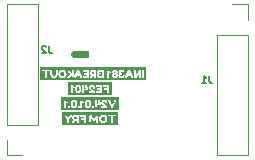
<source format=gbr>
%TF.GenerationSoftware,KiCad,Pcbnew,7.0.9*%
%TF.CreationDate,2024-01-07T19:57:38+00:00*%
%TF.ProjectId,INA381 Breakout,494e4133-3831-4204-9272-65616b6f7574,V24.01.0.1*%
%TF.SameCoordinates,PX8841978PY54c5a90*%
%TF.FileFunction,Legend,Bot*%
%TF.FilePolarity,Positive*%
%FSLAX46Y46*%
G04 Gerber Fmt 4.6, Leading zero omitted, Abs format (unit mm)*
G04 Created by KiCad (PCBNEW 7.0.9) date 2024-01-07 19:57:38*
%MOMM*%
%LPD*%
G01*
G04 APERTURE LIST*
%ADD10C,0.150000*%
%ADD11C,0.120000*%
%ADD12C,0.254500*%
%ADD13C,0.001000*%
G04 APERTURE END LIST*
D10*
X15821000Y330229D02*
X15821000Y-98342D01*
X15821000Y-98342D02*
X15849571Y-184057D01*
X15849571Y-184057D02*
X15906714Y-241200D01*
X15906714Y-241200D02*
X15992428Y-269771D01*
X15992428Y-269771D02*
X16049571Y-269771D01*
X15221000Y-269771D02*
X15563857Y-269771D01*
X15392428Y-269771D02*
X15392428Y330229D01*
X15392428Y330229D02*
X15449571Y244515D01*
X15449571Y244515D02*
X15506714Y187372D01*
X15506714Y187372D02*
X15563857Y158800D01*
X2232000Y2870229D02*
X2232000Y2441658D01*
X2232000Y2441658D02*
X2260571Y2355943D01*
X2260571Y2355943D02*
X2317714Y2298800D01*
X2317714Y2298800D02*
X2403428Y2270229D01*
X2403428Y2270229D02*
X2460571Y2270229D01*
X1974857Y2813086D02*
X1946285Y2841658D01*
X1946285Y2841658D02*
X1889143Y2870229D01*
X1889143Y2870229D02*
X1746285Y2870229D01*
X1746285Y2870229D02*
X1689143Y2841658D01*
X1689143Y2841658D02*
X1660571Y2813086D01*
X1660571Y2813086D02*
X1632000Y2755943D01*
X1632000Y2755943D02*
X1632000Y2698800D01*
X1632000Y2698800D02*
X1660571Y2613086D01*
X1660571Y2613086D02*
X2003428Y2270229D01*
X2003428Y2270229D02*
X1632000Y2270229D01*
%TO.C,kibuzzard-659961C4*%
G36*
X4772144Y-581591D02*
G01*
X4802505Y-617577D01*
X4820722Y-677555D01*
X4826794Y-761524D01*
X4820781Y-845493D01*
X4802743Y-905470D01*
X4772680Y-941457D01*
X4730591Y-953453D01*
X4687669Y-941784D01*
X4657011Y-906780D01*
X4638615Y-848439D01*
X4632484Y-766763D01*
X4632484Y-761048D01*
X4638556Y-677287D01*
X4656772Y-617458D01*
X4687133Y-581561D01*
X4729639Y-569595D01*
X4772144Y-581591D01*
G37*
G36*
X7537926Y-1321435D02*
G01*
X7339489Y-1321435D01*
X7255669Y-1321435D01*
X6271736Y-1321435D01*
X5683091Y-1321435D01*
X5140166Y-1321435D01*
X4728686Y-1321435D01*
X4175284Y-1321435D01*
X4090511Y-1321435D01*
X3892074Y-1321435D01*
X3892074Y-1027748D01*
X4090511Y-1027748D01*
X4091940Y-1060609D01*
X4100989Y-1085850D01*
X4126230Y-1105138D01*
X4175284Y-1111568D01*
X4223147Y-1105376D01*
X4248626Y-1086803D01*
X4257675Y-1060609D01*
X4259104Y-1025843D01*
X4259104Y-762000D01*
X4463891Y-762000D01*
X4468535Y-843736D01*
X4482465Y-916543D01*
X4505682Y-980420D01*
X4538186Y-1035368D01*
X4571167Y-1070134D01*
X4614863Y-1098233D01*
X4667845Y-1116806D01*
X4728686Y-1122998D01*
X4789765Y-1116687D01*
X4843463Y-1097756D01*
X4887992Y-1069538D01*
X4921568Y-1035368D01*
X4928155Y-1024890D01*
X5057299Y-1024890D01*
X5066348Y-1079659D01*
X5093970Y-1102995D01*
X5140166Y-1108710D01*
X5183981Y-1103948D01*
X5208746Y-1092518D01*
X5221129Y-1073468D01*
X5226459Y-1027271D01*
X5597366Y-1027271D01*
X5603558Y-1075373D01*
X5624036Y-1100138D01*
X5683091Y-1111568D01*
X6055519Y-1111568D01*
X6114574Y-1085850D01*
X6139339Y-1025843D01*
X6186964Y-1025843D01*
X6195774Y-1078706D01*
X6222206Y-1103948D01*
X6271736Y-1109663D01*
X6648926Y-1109663D01*
X6701790Y-1100614D01*
X6727031Y-1073468D01*
X6732746Y-1024890D01*
X6732746Y-496253D01*
X6794659Y-496253D01*
X6800374Y-544830D01*
X6820376Y-570071D01*
X6845618Y-578644D01*
X6879431Y-580073D01*
X7170896Y-580073D01*
X7170896Y-676275D01*
X6983254Y-676275D01*
X6949440Y-677704D01*
X6924199Y-686753D01*
X6905625Y-712708D01*
X6899434Y-762000D01*
X6908483Y-815102D01*
X6935629Y-841058D01*
X6984206Y-845820D01*
X7170896Y-845820D01*
X7170896Y-1025843D01*
X7172325Y-1059180D01*
X7181374Y-1083945D01*
X7206615Y-1103233D01*
X7255669Y-1109663D01*
X7308533Y-1100614D01*
X7333774Y-1073468D01*
X7339489Y-1024890D01*
X7339489Y-495300D01*
X7321391Y-429101D01*
X7252811Y-411480D01*
X6877526Y-411480D01*
X6844665Y-412909D01*
X6819900Y-421958D01*
X6800374Y-447675D01*
X6794659Y-496253D01*
X6732746Y-496253D01*
X6732746Y-495300D01*
X6714649Y-429101D01*
X6646069Y-411480D01*
X6270784Y-411480D01*
X6237923Y-412909D01*
X6212681Y-421958D01*
X6193393Y-447199D01*
X6186964Y-496253D01*
X6195774Y-549116D01*
X6222206Y-574358D01*
X6271736Y-580073D01*
X6564154Y-580073D01*
X6564154Y-676275D01*
X6375559Y-676275D01*
X6342698Y-677704D01*
X6317456Y-686753D01*
X6298168Y-711994D01*
X6291739Y-761048D01*
X6300788Y-813911D01*
X6327934Y-839153D01*
X6377464Y-844868D01*
X6564154Y-844868D01*
X6564154Y-941070D01*
X6270784Y-941070D01*
X6237923Y-942499D01*
X6212681Y-951548D01*
X6193393Y-976789D01*
X6186964Y-1025843D01*
X6139339Y-1025843D01*
X6130409Y-976432D01*
X6103620Y-931069D01*
X6064210Y-890826D01*
X6017419Y-856774D01*
X5966936Y-826056D01*
X5916454Y-795814D01*
X5869662Y-763786D01*
X5830253Y-727710D01*
X5803463Y-688419D01*
X5794534Y-646748D01*
X5801201Y-622459D01*
X5815965Y-596741D01*
X5841206Y-578168D01*
X5888831Y-569595D01*
X5941695Y-591979D01*
X5966936Y-636270D01*
X5970746Y-658178D01*
X5970746Y-663893D01*
X5972175Y-695325D01*
X5981224Y-719138D01*
X6006941Y-736283D01*
X6055519Y-741998D01*
X6108621Y-732949D01*
X6134576Y-705803D01*
X6139339Y-657225D01*
X6131454Y-593460D01*
X6107800Y-534247D01*
X6068378Y-479584D01*
X6016202Y-435927D01*
X5954289Y-409734D01*
X5882640Y-401002D01*
X5810938Y-409840D01*
X5748867Y-436351D01*
X5696426Y-480536D01*
X5656739Y-536046D01*
X5632926Y-596530D01*
X5624989Y-661988D01*
X5630942Y-714851D01*
X5648801Y-764858D01*
X5674995Y-808673D01*
X5705951Y-842963D01*
X5772626Y-895588D01*
X5831681Y-927735D01*
X5855494Y-937260D01*
X5855494Y-942023D01*
X5681186Y-942023D01*
X5625465Y-951071D01*
X5603081Y-978694D01*
X5597366Y-1027271D01*
X5226459Y-1027271D01*
X5226844Y-1023938D01*
X5226844Y-907733D01*
X5484971Y-907733D01*
X5538073Y-898684D01*
X5564029Y-871538D01*
X5568791Y-830580D01*
X5565934Y-792480D01*
X5486876Y-473393D01*
X5476875Y-440055D01*
X5459730Y-418148D01*
X5426869Y-407670D01*
X5383054Y-414338D01*
X5333048Y-438626D01*
X5316379Y-475298D01*
X5323046Y-515302D01*
X5323999Y-518160D01*
X5382101Y-750570D01*
X5226844Y-750570D01*
X5226844Y-490538D01*
X5225415Y-458153D01*
X5216366Y-434340D01*
X5190173Y-415766D01*
X5141595Y-410528D01*
X5093494Y-416719D01*
X5067776Y-436721D01*
X5058728Y-461963D01*
X5057299Y-495300D01*
X5057299Y-1024890D01*
X4928155Y-1024890D01*
X4947166Y-994648D01*
X4967764Y-946785D01*
X4983110Y-889741D01*
X4992317Y-827828D01*
X4995386Y-761048D01*
X4992899Y-700617D01*
X4985438Y-646324D01*
X4973003Y-598170D01*
X4949309Y-537805D01*
X4922996Y-491966D01*
X4889778Y-456486D01*
X4845368Y-427196D01*
X4791432Y-407551D01*
X4729639Y-401002D01*
X4668083Y-407432D01*
X4614863Y-426720D01*
X4571048Y-455533D01*
X4537710Y-490538D01*
X4512350Y-531971D01*
X4492466Y-580073D01*
X4476591Y-638387D01*
X4467066Y-699029D01*
X4463891Y-762000D01*
X4259104Y-762000D01*
X4259104Y-685800D01*
X4271486Y-697230D01*
X4338161Y-726758D01*
X4395787Y-693420D01*
X4425791Y-634365D01*
X4391501Y-578168D01*
X4235291Y-437198D01*
X4232434Y-435292D01*
X4178618Y-410528D01*
X4133374Y-415290D01*
X4108609Y-426244D01*
X4095274Y-446722D01*
X4090511Y-497205D01*
X4090511Y-1027748D01*
X3892074Y-1027748D01*
X3892074Y-202565D01*
X4090511Y-202565D01*
X7339489Y-202565D01*
X7537926Y-202565D01*
X7537926Y-1321435D01*
G37*
D11*
%TO.C,J1*%
X19110000Y-6410000D02*
X16450000Y-6410000D01*
X19110000Y3810000D02*
X19110000Y-6410000D01*
X19110000Y3810000D02*
X16450000Y3810000D01*
X19110000Y5080000D02*
X19110000Y6410000D01*
X19110000Y6410000D02*
X17780000Y6410000D01*
X16450000Y3810000D02*
X16450000Y-6410000D01*
%TO.C,kibuzzard-6599620A*%
G36*
X5590818Y-1851591D02*
G01*
X5621179Y-1887577D01*
X5639395Y-1947555D01*
X5645467Y-2031524D01*
X5639455Y-2115493D01*
X5621417Y-2175470D01*
X5591354Y-2211457D01*
X5549265Y-2223453D01*
X5506343Y-2211784D01*
X5475684Y-2176780D01*
X5457289Y-2118439D01*
X5451157Y-2036763D01*
X5451157Y-2031048D01*
X5457230Y-1947287D01*
X5475446Y-1887458D01*
X5505807Y-1851561D01*
X5548312Y-1839595D01*
X5590818Y-1851591D01*
G37*
G36*
X4398288Y-1851591D02*
G01*
X4428649Y-1887577D01*
X4446865Y-1947555D01*
X4452937Y-2031524D01*
X4446925Y-2115493D01*
X4428887Y-2175470D01*
X4398824Y-2211457D01*
X4356735Y-2223453D01*
X4313813Y-2211784D01*
X4283154Y-2176780D01*
X4264759Y-2118439D01*
X4258627Y-2036763D01*
X4258627Y-2031048D01*
X4264700Y-1947287D01*
X4282916Y-1887458D01*
X4313277Y-1851561D01*
X4355782Y-1839595D01*
X4398288Y-1851591D01*
G37*
G36*
X8137525Y-2591435D02*
G01*
X7939088Y-2591435D01*
X7575233Y-2591435D01*
X6727507Y-2591435D01*
X6184583Y-2591435D01*
X5945029Y-2591435D01*
X5547360Y-2591435D01*
X4993957Y-2591435D01*
X4752499Y-2591435D01*
X4354830Y-2591435D01*
X3947636Y-2591435D01*
X3575685Y-2591435D01*
X3490912Y-2591435D01*
X3292475Y-2591435D01*
X3292475Y-2297748D01*
X3490912Y-2297748D01*
X3492341Y-2330609D01*
X3501390Y-2355850D01*
X3526631Y-2375138D01*
X3575685Y-2381568D01*
X3623548Y-2375376D01*
X3649027Y-2356803D01*
X3658076Y-2330609D01*
X3659505Y-2295843D01*
X3659505Y-2292985D01*
X3864292Y-2292985D01*
X3865721Y-2326799D01*
X3875722Y-2352993D01*
X3900845Y-2373709D01*
X3947636Y-2380615D01*
X3995499Y-2376091D01*
X4023836Y-2362518D01*
X4042410Y-2293938D01*
X4042410Y-2290128D01*
X4040981Y-2256790D01*
X4031932Y-2231073D01*
X4006810Y-2209641D01*
X3960019Y-2202498D01*
X3911322Y-2207498D01*
X3880485Y-2222500D01*
X3864292Y-2289175D01*
X3864292Y-2292985D01*
X3659505Y-2292985D01*
X3659505Y-2032000D01*
X4090035Y-2032000D01*
X4094678Y-2113736D01*
X4108609Y-2186543D01*
X4131826Y-2250420D01*
X4164330Y-2305368D01*
X4197310Y-2340134D01*
X4241006Y-2368233D01*
X4293989Y-2386806D01*
X4354830Y-2392998D01*
X4415909Y-2386687D01*
X4469606Y-2367756D01*
X4514136Y-2339538D01*
X4547711Y-2305368D01*
X4555496Y-2292985D01*
X4669155Y-2292985D01*
X4670584Y-2326799D01*
X4680585Y-2352993D01*
X4705707Y-2373709D01*
X4752499Y-2380615D01*
X4800362Y-2376091D01*
X4828699Y-2362518D01*
X4846241Y-2297748D01*
X4909185Y-2297748D01*
X4910614Y-2330609D01*
X4919662Y-2355850D01*
X4944904Y-2375138D01*
X4993957Y-2381568D01*
X5041821Y-2375376D01*
X5067300Y-2356803D01*
X5076349Y-2330609D01*
X5077777Y-2295843D01*
X5077777Y-2032000D01*
X5282565Y-2032000D01*
X5287208Y-2113736D01*
X5301139Y-2186543D01*
X5324356Y-2250420D01*
X5356860Y-2305368D01*
X5389840Y-2340134D01*
X5433536Y-2368233D01*
X5486519Y-2386806D01*
X5547360Y-2392998D01*
X5608439Y-2386687D01*
X5662136Y-2367756D01*
X5706666Y-2339538D01*
X5740241Y-2305368D01*
X5748026Y-2292985D01*
X5861685Y-2292985D01*
X5863114Y-2326799D01*
X5873115Y-2352993D01*
X5898237Y-2373709D01*
X5945029Y-2380615D01*
X5992892Y-2376091D01*
X6021229Y-2362518D01*
X6039544Y-2294890D01*
X6101715Y-2294890D01*
X6110764Y-2349659D01*
X6138386Y-2372995D01*
X6184583Y-2378710D01*
X6228397Y-2373948D01*
X6253162Y-2362518D01*
X6265545Y-2343468D01*
X6270875Y-2297271D01*
X6641782Y-2297271D01*
X6647974Y-2345373D01*
X6668452Y-2370138D01*
X6727507Y-2381568D01*
X7099935Y-2381568D01*
X7158990Y-2355850D01*
X7183755Y-2295843D01*
X7174825Y-2246432D01*
X7148036Y-2201069D01*
X7108627Y-2160826D01*
X7061835Y-2126774D01*
X7011353Y-2096056D01*
X6960870Y-2065814D01*
X6914078Y-2033786D01*
X6874669Y-1997710D01*
X6847880Y-1958419D01*
X6838950Y-1916748D01*
X6845617Y-1892459D01*
X6860381Y-1866741D01*
X6885623Y-1848168D01*
X6933248Y-1839595D01*
X6986111Y-1861979D01*
X7011353Y-1906270D01*
X7015163Y-1928178D01*
X7015163Y-1933893D01*
X7016591Y-1965325D01*
X7025640Y-1989138D01*
X7051357Y-2006283D01*
X7099935Y-2011998D01*
X7153037Y-2002949D01*
X7178993Y-1975803D01*
X7183755Y-1927225D01*
X7175870Y-1863460D01*
X7152217Y-1804247D01*
X7115198Y-1752918D01*
X7221855Y-1752918D01*
X7236143Y-1798638D01*
X7499033Y-2332038D01*
X7530941Y-2365851D01*
X7575233Y-2378710D01*
X7584757Y-2378710D01*
X7630001Y-2365851D01*
X7661910Y-2332038D01*
X7924800Y-1798638D01*
X7939088Y-1752918D01*
X7925038Y-1721009D01*
X7882890Y-1691958D01*
X7834789Y-1675765D01*
X7809548Y-1679575D01*
X7793355Y-1692910D01*
X7777639Y-1718151D01*
X7764899Y-1744821D01*
X7740968Y-1797209D01*
X7710368Y-1864479D01*
X7677626Y-1935798D01*
X7644765Y-2007116D01*
X7613809Y-2074386D01*
X7590353Y-2125226D01*
X7579995Y-2147253D01*
X7389495Y-1730057D01*
X7376160Y-1701483D01*
X7334250Y-1675765D01*
X7278053Y-1691958D01*
X7235904Y-1721009D01*
X7221855Y-1752918D01*
X7115198Y-1752918D01*
X7112794Y-1749584D01*
X7060618Y-1705927D01*
X6998705Y-1679734D01*
X6927056Y-1671002D01*
X6855354Y-1679840D01*
X6793283Y-1706351D01*
X6740843Y-1750536D01*
X6701155Y-1806046D01*
X6677342Y-1866530D01*
X6669405Y-1931988D01*
X6675358Y-1984851D01*
X6693217Y-2034858D01*
X6719411Y-2078673D01*
X6750368Y-2112963D01*
X6817042Y-2165588D01*
X6876098Y-2197735D01*
X6899910Y-2207260D01*
X6899910Y-2212023D01*
X6725603Y-2212023D01*
X6669881Y-2221071D01*
X6647497Y-2248694D01*
X6641782Y-2297271D01*
X6270875Y-2297271D01*
X6271260Y-2293938D01*
X6271260Y-2177733D01*
X6529387Y-2177733D01*
X6582489Y-2168684D01*
X6608445Y-2141538D01*
X6613207Y-2100580D01*
X6610350Y-2062480D01*
X6531293Y-1743393D01*
X6521291Y-1710055D01*
X6504146Y-1688148D01*
X6471285Y-1677670D01*
X6427470Y-1684338D01*
X6377464Y-1708626D01*
X6360795Y-1745298D01*
X6367463Y-1785302D01*
X6368415Y-1788160D01*
X6426517Y-2020570D01*
X6271260Y-2020570D01*
X6271260Y-1760538D01*
X6269831Y-1728153D01*
X6260782Y-1704340D01*
X6234589Y-1685766D01*
X6186011Y-1680528D01*
X6137910Y-1686719D01*
X6112192Y-1706721D01*
X6103144Y-1731963D01*
X6101715Y-1765300D01*
X6101715Y-2294890D01*
X6039544Y-2294890D01*
X6039802Y-2293938D01*
X6039802Y-2290128D01*
X6038374Y-2256790D01*
X6029325Y-2231073D01*
X6004203Y-2209641D01*
X5957411Y-2202498D01*
X5908715Y-2207498D01*
X5877877Y-2222500D01*
X5861685Y-2289175D01*
X5861685Y-2292985D01*
X5748026Y-2292985D01*
X5765840Y-2264648D01*
X5786437Y-2216785D01*
X5801783Y-2159741D01*
X5810991Y-2097828D01*
X5814060Y-2031048D01*
X5811573Y-1970617D01*
X5804112Y-1916324D01*
X5791676Y-1868170D01*
X5767983Y-1807805D01*
X5741670Y-1761966D01*
X5708452Y-1726486D01*
X5664041Y-1697196D01*
X5610106Y-1677551D01*
X5548312Y-1671002D01*
X5486757Y-1677432D01*
X5433536Y-1696720D01*
X5389721Y-1725533D01*
X5356384Y-1760538D01*
X5331023Y-1801971D01*
X5311140Y-1850073D01*
X5295265Y-1908387D01*
X5285740Y-1969029D01*
X5282565Y-2032000D01*
X5077777Y-2032000D01*
X5077777Y-1955800D01*
X5090160Y-1967230D01*
X5156835Y-1996758D01*
X5214461Y-1963420D01*
X5244465Y-1904365D01*
X5210175Y-1848168D01*
X5053965Y-1707198D01*
X5051107Y-1705292D01*
X4997291Y-1680528D01*
X4952048Y-1685290D01*
X4927282Y-1696244D01*
X4913947Y-1716722D01*
X4909185Y-1767205D01*
X4909185Y-2297748D01*
X4846241Y-2297748D01*
X4847273Y-2293938D01*
X4847273Y-2290128D01*
X4845844Y-2256790D01*
X4836795Y-2231073D01*
X4811673Y-2209641D01*
X4764881Y-2202498D01*
X4716185Y-2207498D01*
X4685348Y-2222500D01*
X4669155Y-2289175D01*
X4669155Y-2292985D01*
X4555496Y-2292985D01*
X4573310Y-2264648D01*
X4593907Y-2216785D01*
X4609253Y-2159741D01*
X4618461Y-2097828D01*
X4621530Y-2031048D01*
X4619043Y-1970617D01*
X4611582Y-1916324D01*
X4599146Y-1868170D01*
X4575453Y-1807805D01*
X4549140Y-1761966D01*
X4515922Y-1726486D01*
X4471511Y-1697196D01*
X4417576Y-1677551D01*
X4355782Y-1671002D01*
X4294227Y-1677432D01*
X4241006Y-1696720D01*
X4197191Y-1725533D01*
X4163854Y-1760538D01*
X4138493Y-1801971D01*
X4118610Y-1850073D01*
X4102735Y-1908387D01*
X4093210Y-1969029D01*
X4090035Y-2032000D01*
X3659505Y-2032000D01*
X3659505Y-1955800D01*
X3671887Y-1967230D01*
X3738562Y-1996758D01*
X3796189Y-1963420D01*
X3826192Y-1904365D01*
X3791902Y-1848168D01*
X3635692Y-1707198D01*
X3632835Y-1705292D01*
X3579019Y-1680528D01*
X3533775Y-1685290D01*
X3509010Y-1696244D01*
X3495675Y-1716722D01*
X3490912Y-1767205D01*
X3490912Y-2297748D01*
X3292475Y-2297748D01*
X3292475Y-1472565D01*
X3490912Y-1472565D01*
X7939088Y-1472565D01*
X8137525Y-1472565D01*
X8137525Y-2591435D01*
G37*
%TO.C,J2*%
X-1330000Y6410000D02*
X1330000Y6410000D01*
X-1330000Y-3810000D02*
X-1330000Y6410000D01*
X-1330000Y-3810000D02*
X1330000Y-3810000D01*
X-1330000Y-5080000D02*
X-1330000Y-6410000D01*
X-1330000Y-6410000D02*
X0Y-6410000D01*
X1330000Y-3810000D02*
X1330000Y6410000D01*
%TO.C,kibuzzard-65996276*%
G36*
X4580096Y-3289618D02*
G01*
X4458176Y-3289618D01*
X4402931Y-3268663D01*
X4375309Y-3205798D01*
X4402931Y-3142456D01*
X4460081Y-3121025D01*
X4580096Y-3121025D01*
X4580096Y-3289618D01*
G37*
G36*
X6897053Y-3125668D02*
G01*
X6954679Y-3165316D01*
X6984841Y-3204104D01*
X7002939Y-3249983D01*
X7008971Y-3302953D01*
X7002886Y-3355922D01*
X6984630Y-3401801D01*
X6954203Y-3440589D01*
X6896219Y-3480237D01*
X6831806Y-3493453D01*
X6767513Y-3480594D01*
X6709886Y-3442018D01*
X6679724Y-3403812D01*
X6661626Y-3357774D01*
X6655594Y-3303905D01*
X6661679Y-3249930D01*
X6679935Y-3203575D01*
X6710363Y-3164840D01*
X6768346Y-3125549D01*
X6832759Y-3112452D01*
X6897053Y-3125668D01*
G37*
G36*
X8081804Y-3860483D02*
G01*
X7883366Y-3860483D01*
X7549991Y-3860483D01*
X6829901Y-3860483D01*
X5754529Y-3860483D01*
X5271611Y-3860483D01*
X4308157Y-3860483D01*
X3859054Y-3860483D01*
X3546634Y-3860483D01*
X3348196Y-3860483D01*
X3348196Y-3028632D01*
X3546634Y-3028632D01*
X3568541Y-3079115D01*
X3774281Y-3386773D01*
X3774281Y-3568700D01*
X3775710Y-3601561D01*
X3784759Y-3626803D01*
X3810476Y-3646805D01*
X3859054Y-3652520D01*
X3907631Y-3646805D01*
X3933349Y-3626326D01*
X3942397Y-3600609D01*
X3943182Y-3582035D01*
X4200049Y-3582035D01*
X4214812Y-3615373D01*
X4259104Y-3642995D01*
X4308157Y-3656330D01*
X4338637Y-3647281D01*
X4356259Y-3628708D01*
X4368747Y-3601508D01*
X4393512Y-3544041D01*
X4430554Y-3456305D01*
X4460081Y-3458210D01*
X4580096Y-3458210D01*
X4580096Y-3565843D01*
X4581525Y-3598704D01*
X4590574Y-3623945D01*
X4615815Y-3643233D01*
X4664869Y-3649663D01*
X4717733Y-3640852D01*
X4742974Y-3614420D01*
X4748689Y-3564890D01*
X4748689Y-3037205D01*
X4810601Y-3037205D01*
X4816316Y-3085782D01*
X4836319Y-3111024D01*
X4861560Y-3119596D01*
X4895374Y-3121025D01*
X5186839Y-3121025D01*
X5186839Y-3217228D01*
X4999196Y-3217228D01*
X4965383Y-3218656D01*
X4940141Y-3227705D01*
X4921568Y-3253661D01*
X4915376Y-3302953D01*
X4924425Y-3356054D01*
X4951571Y-3382010D01*
X5000149Y-3386773D01*
X5186839Y-3386773D01*
X5186839Y-3566795D01*
X5188268Y-3600133D01*
X5197316Y-3624898D01*
X5222557Y-3644186D01*
X5271611Y-3650615D01*
X5324475Y-3641566D01*
X5349716Y-3614420D01*
X5355319Y-3566795D01*
X5672614Y-3566795D01*
X5681662Y-3618944D01*
X5708809Y-3643948D01*
X5754529Y-3649663D01*
X5798344Y-3644900D01*
X5823109Y-3633470D01*
X5836444Y-3614420D01*
X5841206Y-3564890D01*
X5841206Y-3245802D01*
X5870496Y-3284022D01*
X5910739Y-3339624D01*
X5948124Y-3391892D01*
X5968841Y-3420110D01*
X5985986Y-3442494D01*
X6009322Y-3459639D01*
X6049328Y-3470592D01*
X6088380Y-3460591D01*
X6113621Y-3441065D01*
X6121241Y-3430588D01*
X6149578Y-3393321D01*
X6196489Y-3329146D01*
X6239827Y-3269496D01*
X6257449Y-3245802D01*
X6257449Y-3566795D01*
X6258878Y-3599656D01*
X6267926Y-3623945D01*
X6293644Y-3643233D01*
X6342221Y-3649663D01*
X6389370Y-3643233D01*
X6414611Y-3623945D01*
X6423660Y-3599180D01*
X6425089Y-3564890D01*
X6425089Y-3298666D01*
X6487001Y-3298666D01*
X6493193Y-3371354D01*
X6511766Y-3438446D01*
X6542723Y-3499941D01*
X6586061Y-3555841D01*
X6638449Y-3602305D01*
X6696551Y-3635494D01*
X6760369Y-3655407D01*
X6829901Y-3662045D01*
X6899583Y-3655497D01*
X6963847Y-3635851D01*
X7022693Y-3603109D01*
X7076123Y-3557270D01*
X7120503Y-3502382D01*
X7152203Y-3442494D01*
X7171224Y-3377605D01*
X7177564Y-3307715D01*
X7170420Y-3231158D01*
X7148989Y-3159601D01*
X7115651Y-3096141D01*
X7072789Y-3043872D01*
X7044703Y-3021012D01*
X7215664Y-3021012D01*
X7220426Y-3060541D01*
X7236619Y-3081020D01*
X7285196Y-3089592D01*
X7467124Y-3089592D01*
X7467124Y-3568700D01*
X7468553Y-3601085D01*
X7477125Y-3625374D01*
X7502366Y-3644900D01*
X7549991Y-3650615D01*
X7597140Y-3644900D01*
X7621905Y-3625374D01*
X7630478Y-3600609D01*
X7631906Y-3567747D01*
X7631906Y-3089592D01*
X7814786Y-3089592D01*
X7859554Y-3082449D01*
X7878604Y-3060065D01*
X7883366Y-3020060D01*
X7878604Y-2980531D01*
X7862411Y-2960052D01*
X7813834Y-2951480D01*
X7284244Y-2951480D01*
X7239476Y-2958624D01*
X7220426Y-2981008D01*
X7215664Y-3021012D01*
X7044703Y-3021012D01*
X7021592Y-3002201D01*
X6963251Y-2970530D01*
X6900386Y-2950528D01*
X6835616Y-2943860D01*
X6767453Y-2950230D01*
X6703933Y-2969339D01*
X6645057Y-3001189D01*
X6590824Y-3045778D01*
X6545401Y-3099802D01*
X6512957Y-3159958D01*
X6493490Y-3226246D01*
X6487001Y-3298666D01*
X6425089Y-3298666D01*
X6425089Y-3036253D01*
X6423660Y-3003391D01*
X6414611Y-2978150D01*
X6388894Y-2959576D01*
X6340316Y-2953385D01*
X6296025Y-2959576D01*
X6271736Y-2972435D01*
X6266021Y-2978150D01*
X6049804Y-3261995D01*
X5989339Y-3182099D01*
X5937485Y-3113862D01*
X5894241Y-3057284D01*
X5859609Y-3012364D01*
X5833586Y-2979102D01*
X5806321Y-2959814D01*
X5756910Y-2953385D01*
X5708213Y-2959814D01*
X5683091Y-2979102D01*
X5674042Y-3004820D01*
X5672614Y-3038157D01*
X5672614Y-3566795D01*
X5355319Y-3566795D01*
X5355431Y-3565843D01*
X5355431Y-3036253D01*
X5337334Y-2970054D01*
X5268754Y-2952433D01*
X4893469Y-2952433D01*
X4860607Y-2953861D01*
X4835843Y-2962910D01*
X4816316Y-2988628D01*
X4810601Y-3037205D01*
X4748689Y-3037205D01*
X4748689Y-3036253D01*
X4747260Y-3003391D01*
X4738211Y-2978150D01*
X4712970Y-2958862D01*
X4663916Y-2952433D01*
X4458176Y-2952433D01*
X4402825Y-2959206D01*
X4348533Y-2979526D01*
X4295299Y-3013392D01*
X4260533Y-3048159D01*
X4232434Y-3093402D01*
X4213860Y-3146743D01*
X4207669Y-3205798D01*
X4215606Y-3273319D01*
X4239419Y-3332374D01*
X4279106Y-3382963D01*
X4262596Y-3422015D01*
X4241006Y-3471862D01*
X4214336Y-3532505D01*
X4200049Y-3582035D01*
X3943182Y-3582035D01*
X3943826Y-3566795D01*
X3943826Y-3386773D01*
X4149566Y-3079115D01*
X4171474Y-3028632D01*
X4160996Y-2998748D01*
X4129564Y-2970054D01*
X4069556Y-2941955D01*
X4040981Y-2949575D01*
X4006691Y-2988628D01*
X3859054Y-3224848D01*
X3711416Y-2988628D01*
X3679984Y-2951004D01*
X3649027Y-2941955D01*
X3593306Y-2965767D01*
X3558302Y-2997676D01*
X3546634Y-3028632D01*
X3348196Y-3028632D01*
X3348196Y-2743517D01*
X3546634Y-2743517D01*
X7883366Y-2743517D01*
X8081804Y-2743517D01*
X8081804Y-3860483D01*
G37*
%TO.C,REF\u002A\u002A*%
D12*
X4445250Y2159000D02*
G75*
G03*
X4445250Y2159000I-127250J0D01*
G01*
D13*
X5562600Y1905000D02*
X4318000Y1905000D01*
X4318000Y2413000D01*
X5562600Y2413000D01*
X5562600Y1905000D01*
G36*
X5562600Y1905000D02*
G01*
X4318000Y1905000D01*
X4318000Y2413000D01*
X5562600Y2413000D01*
X5562600Y1905000D01*
G37*
%TO.C,kibuzzard-65996284*%
G36*
X9103678Y447992D02*
G01*
X8976995Y447992D01*
X9040813Y578485D01*
X9103678Y447992D01*
G37*
G36*
X4788852Y447992D02*
G01*
X4662170Y447992D01*
X4725987Y578485D01*
X4788852Y447992D01*
G37*
G36*
X6091873Y519430D02*
G01*
X5969953Y519430D01*
X5914708Y540385D01*
X5887085Y603250D01*
X5914708Y666591D01*
X5971858Y688022D01*
X6091873Y688022D01*
X6091873Y519430D01*
G37*
G36*
X7882573Y427514D02*
G01*
X7904480Y378460D01*
X7882573Y328930D01*
X7818755Y306070D01*
X7755890Y328930D01*
X7734935Y377984D01*
X7756366Y427037D01*
X7819231Y449897D01*
X7882573Y427514D01*
G37*
G36*
X7867333Y692785D02*
G01*
X7882573Y657066D01*
X7865904Y620395D01*
X7818279Y603250D01*
X7771606Y620395D01*
X7755890Y656590D01*
X7772083Y692309D01*
X7820184Y708977D01*
X7867333Y692785D01*
G37*
G36*
X6707188Y327977D02*
G01*
X6550978Y327977D01*
X6505972Y344170D01*
X6490970Y392747D01*
X6496209Y428942D01*
X6513830Y447992D01*
X6567170Y455612D01*
X6618605Y468947D01*
X6635750Y523716D01*
X6618129Y578485D01*
X6559550Y591820D01*
X6513830Y611822D01*
X6510973Y646112D01*
X6526689Y679450D01*
X6573838Y688975D01*
X6707188Y688975D01*
X6707188Y327977D01*
G37*
G36*
X3448209Y683379D02*
G01*
X3505835Y643731D01*
X3535997Y604943D01*
X3554095Y559065D01*
X3560127Y506095D01*
X3554042Y453125D01*
X3535786Y407247D01*
X3505359Y368459D01*
X3447375Y328811D01*
X3382962Y315595D01*
X3318669Y328454D01*
X3261042Y367030D01*
X3230880Y405236D01*
X3212782Y451273D01*
X3206750Y505142D01*
X3212835Y559117D01*
X3231092Y605472D01*
X3261519Y644207D01*
X3319502Y683498D01*
X3383915Y696595D01*
X3448209Y683379D01*
G37*
G36*
X10495598Y-53340D02*
G01*
X10297160Y-53340D01*
X10213340Y-53340D01*
X9527540Y-53340D01*
X8796496Y-53340D01*
X8388350Y-53340D01*
X7819708Y-53340D01*
X7277735Y-53340D01*
X6541453Y-53340D01*
X5819934Y-53340D01*
X5198427Y-53340D01*
X4481671Y-53340D01*
X3886359Y-53340D01*
X3381057Y-53340D01*
X2670016Y-53340D01*
X1975167Y-53340D01*
X1640840Y-53340D01*
X1442402Y-53340D01*
X1442402Y788035D01*
X1640840Y788035D01*
X1645602Y748506D01*
X1661795Y728027D01*
X1710372Y719455D01*
X1892300Y719455D01*
X1892300Y240347D01*
X1893729Y207962D01*
X1902301Y183674D01*
X1927542Y164147D01*
X1975167Y158432D01*
X2022316Y164147D01*
X2047081Y183674D01*
X2055654Y208439D01*
X2057082Y241300D01*
X2057082Y484187D01*
X2360930Y484187D01*
X2365812Y422751D01*
X2380456Y364172D01*
X2404864Y308451D01*
X2439035Y255587D01*
X2482612Y211653D01*
X2537142Y177006D01*
X2600365Y154503D01*
X2670016Y147002D01*
X2739549Y154622D01*
X2802414Y177482D01*
X2856349Y212725D01*
X2899092Y257492D01*
X2932847Y309642D01*
X2956957Y365125D01*
X2971423Y423942D01*
X2976245Y486092D01*
X2976245Y510381D01*
X3038157Y510381D01*
X3044349Y437694D01*
X3062922Y370602D01*
X3093879Y309106D01*
X3137217Y253206D01*
X3189605Y206742D01*
X3247707Y173553D01*
X3311525Y153640D01*
X3381057Y147002D01*
X3450739Y153551D01*
X3515003Y173196D01*
X3573849Y205938D01*
X3612292Y238919D01*
X3785870Y238919D01*
X3823970Y181769D01*
X3886359Y148907D01*
X3944937Y188912D01*
X4154487Y427990D01*
X4154487Y242253D01*
X4155916Y208915D01*
X4164965Y184150D01*
X4190206Y164862D01*
X4239260Y158432D01*
X4292124Y167481D01*
X4317365Y194627D01*
X4321175Y227012D01*
X4375467Y227012D01*
X4389279Y194389D01*
X4430712Y165100D01*
X4481671Y148907D01*
X4512151Y157480D01*
X4529296Y175577D01*
X4544060Y204152D01*
X4593590Y307022D01*
X4857433Y307022D01*
X4906962Y204152D01*
X4921726Y176530D01*
X4938871Y158909D01*
X4969351Y149860D01*
X5020310Y166052D01*
X5061744Y194627D01*
X5075555Y227012D01*
X5070475Y242253D01*
X5113655Y242253D01*
X5122466Y189389D01*
X5148897Y164147D01*
X5198427Y158432D01*
X5575617Y158432D01*
X5628481Y167481D01*
X5653722Y194627D01*
X5657533Y227012D01*
X5711825Y227012D01*
X5726589Y193675D01*
X5770880Y166052D01*
X5819934Y152717D01*
X5850414Y161766D01*
X5868035Y180340D01*
X5880523Y207539D01*
X5905288Y265007D01*
X5942330Y352742D01*
X5971858Y350837D01*
X6091873Y350837D01*
X6091873Y243205D01*
X6093301Y210344D01*
X6102350Y185102D01*
X6127591Y165814D01*
X6176645Y159385D01*
X6229509Y168196D01*
X6254750Y194627D01*
X6260465Y244157D01*
X6260465Y383222D01*
X6322378Y383222D01*
X6330474Y323162D01*
X6352223Y269981D01*
X6387624Y223679D01*
X6432868Y187960D01*
X6484144Y166529D01*
X6541453Y159385D01*
X6791960Y159385D01*
X6844824Y168434D01*
X6870065Y195580D01*
X6875230Y240347D01*
X7192963Y240347D01*
X7194391Y207486D01*
X7203440Y182245D01*
X7228681Y162957D01*
X7277735Y156527D01*
X7325598Y162719D01*
X7351078Y181292D01*
X7360126Y207486D01*
X7361555Y242253D01*
X7361555Y382270D01*
X7566343Y382270D01*
X7574968Y315754D01*
X7600844Y258445D01*
X7643971Y210344D01*
X7697999Y174096D01*
X7756578Y152347D01*
X7819708Y145097D01*
X7882837Y152294D01*
X7941416Y173884D01*
X7995444Y209867D01*
X8038571Y257810D01*
X8064447Y315277D01*
X8072828Y380365D01*
X8120698Y380365D01*
X8129164Y316389D01*
X8154564Y260350D01*
X8196898Y212249D01*
X8252037Y175472D01*
X8315854Y153405D01*
X8388350Y146050D01*
X8460317Y153458D01*
X8523817Y175683D01*
X8578850Y212725D01*
X8591765Y227012D01*
X8690293Y227012D01*
X8704104Y194389D01*
X8745538Y165100D01*
X8796496Y148907D01*
X8826976Y157480D01*
X8844121Y175577D01*
X8858885Y204152D01*
X8908415Y307022D01*
X9172258Y307022D01*
X9221788Y204152D01*
X9236551Y176530D01*
X9253696Y158909D01*
X9284176Y149860D01*
X9335135Y166052D01*
X9376569Y194627D01*
X9390380Y227012D01*
X9385300Y242253D01*
X9442768Y242253D01*
X9444196Y208915D01*
X9453245Y184150D01*
X9478486Y164862D01*
X9527540Y158432D01*
X9578975Y164147D01*
X9602788Y182245D01*
X9670150Y271992D01*
X9729364Y350732D01*
X9780429Y418465D01*
X9823344Y475192D01*
X9858110Y520912D01*
X9884728Y555625D01*
X9884728Y242253D01*
X9886156Y208915D01*
X9895205Y184150D01*
X9920446Y164862D01*
X9969500Y158432D01*
X10017125Y164862D01*
X10041890Y184150D01*
X10050939Y209867D01*
X10052327Y242253D01*
X10128568Y242253D01*
X10129996Y208915D01*
X10139045Y184150D01*
X10164286Y164862D01*
X10213340Y158432D01*
X10266204Y167481D01*
X10291445Y194627D01*
X10297160Y243205D01*
X10297160Y772795D01*
X10295731Y805656D01*
X10286683Y830897D01*
X10261441Y850186D01*
X10212388Y856615D01*
X10159286Y847804D01*
X10133330Y821372D01*
X10128568Y771842D01*
X10128568Y242253D01*
X10052327Y242253D01*
X10052368Y243205D01*
X10052368Y774700D01*
X10043319Y827564D01*
X10016173Y849947D01*
X9969500Y855663D01*
X9924256Y850424D01*
X9900920Y838517D01*
X9879013Y813753D01*
X9815724Y727789D01*
X9759844Y652145D01*
X9711373Y586819D01*
X9670309Y531812D01*
X9636654Y487124D01*
X9610408Y452755D01*
X9610408Y774700D01*
X9601359Y827564D01*
X9574213Y849947D01*
X9528969Y855663D01*
X9485154Y850900D01*
X9460389Y839470D01*
X9448483Y819467D01*
X9442768Y770890D01*
X9442768Y242253D01*
X9385300Y242253D01*
X9374188Y275590D01*
X9117013Y808038D01*
X9085104Y843280D01*
X9039860Y856615D01*
X8995093Y844232D01*
X8963660Y807085D01*
X8706485Y275590D01*
X8690293Y227012D01*
X8591765Y227012D01*
X8605758Y242491D01*
X8629333Y280352D01*
X8639810Y305117D01*
X8641715Y314642D01*
X8652193Y366077D01*
X8628856Y407511D01*
X8558848Y421323D01*
X8508365Y411797D01*
X8479790Y362267D01*
X8427403Y316547D01*
X8387398Y310832D01*
X8343583Y315952D01*
X8313103Y331311D01*
X8289290Y377507D01*
X8312626Y422751D01*
X8367871Y442277D01*
X8411210Y444182D01*
X8435975Y453707D01*
X8455263Y478234D01*
X8461693Y527050D01*
X8452882Y580152D01*
X8426450Y606107D01*
X8376920Y610870D01*
X8322628Y620157D01*
X8304530Y648017D01*
X8323580Y686117D01*
X8376444Y704215D01*
X8430260Y692785D01*
X8455025Y669925D01*
X8460740Y658495D01*
X8487410Y622776D01*
X8523605Y610870D01*
X8575993Y628015D01*
X8611711Y657781D01*
X8623618Y691832D01*
X8601710Y756602D01*
X8580755Y786606D01*
X8541226Y824230D01*
X8478361Y853757D01*
X8435618Y863759D01*
X8388350Y867093D01*
X8315748Y859684D01*
X8254153Y837459D01*
X8203565Y800418D01*
X8165994Y754115D01*
X8143452Y704109D01*
X8135938Y650399D01*
X8144193Y599969D01*
X8168958Y559805D01*
X8210233Y529907D01*
X8210233Y523240D01*
X8182134Y502761D01*
X8152130Y471805D01*
X8128556Y428942D01*
X8120698Y380365D01*
X8072828Y380365D01*
X8073073Y382270D01*
X8068191Y421680D01*
X8053546Y459899D01*
X8014970Y514667D01*
X7994968Y532765D01*
X8011160Y548005D01*
X8036401Y589439D01*
X8052118Y655637D01*
X8044286Y714269D01*
X8020791Y765704D01*
X7981633Y809942D01*
X7932103Y843809D01*
X7877493Y864129D01*
X7817803Y870903D01*
X7758324Y864023D01*
X7704349Y843386D01*
X7655878Y808990D01*
X7617778Y763905D01*
X7594918Y711200D01*
X7587298Y650875D01*
X7601109Y592772D01*
X7629208Y548005D01*
X7643495Y532765D01*
X7622064Y513239D01*
X7587774Y461327D01*
X7571700Y422037D01*
X7566343Y382270D01*
X7361555Y382270D01*
X7361555Y582295D01*
X7373938Y570865D01*
X7440613Y541337D01*
X7498239Y574675D01*
X7528243Y633730D01*
X7493953Y689927D01*
X7337743Y830897D01*
X7334885Y832803D01*
X7281069Y857567D01*
X7235825Y852805D01*
X7211060Y841851D01*
X7197725Y821372D01*
X7192963Y770890D01*
X7192963Y240347D01*
X6875230Y240347D01*
X6875780Y245110D01*
X6875780Y773747D01*
X6874351Y807085D01*
X6865303Y831850D01*
X6840061Y851138D01*
X6791008Y857567D01*
X6550978Y857567D01*
X6495733Y850794D01*
X6446838Y830474D01*
X6404293Y796608D01*
X6369897Y752581D01*
X6349259Y703051D01*
X6342380Y648017D01*
X6351429Y587772D01*
X6378575Y532765D01*
X6347354Y486516D01*
X6328622Y436668D01*
X6322378Y383222D01*
X6260465Y383222D01*
X6260465Y772795D01*
X6259036Y805656D01*
X6249987Y830897D01*
X6224746Y850186D01*
X6175692Y856615D01*
X5969953Y856615D01*
X5914602Y849842D01*
X5860309Y829522D01*
X5807075Y795655D01*
X5772309Y760889D01*
X5744210Y715645D01*
X5725636Y662305D01*
X5719445Y603250D01*
X5727383Y535728D01*
X5751195Y476673D01*
X5790883Y426085D01*
X5774373Y387032D01*
X5752783Y337185D01*
X5726113Y276542D01*
X5711825Y227012D01*
X5657533Y227012D01*
X5659438Y243205D01*
X5659438Y772795D01*
X5641340Y838994D01*
X5572760Y856615D01*
X5197475Y856615D01*
X5164614Y855186D01*
X5139372Y846137D01*
X5120084Y820896D01*
X5113655Y771842D01*
X5122466Y718979D01*
X5148897Y693737D01*
X5198427Y688022D01*
X5490845Y688022D01*
X5490845Y591820D01*
X5302250Y591820D01*
X5269389Y590391D01*
X5244148Y581342D01*
X5224859Y556101D01*
X5218430Y507047D01*
X5227479Y454184D01*
X5254625Y428942D01*
X5304155Y423227D01*
X5490845Y423227D01*
X5490845Y327025D01*
X5197475Y327025D01*
X5164614Y325596D01*
X5139372Y316547D01*
X5120084Y291306D01*
X5113655Y242253D01*
X5070475Y242253D01*
X5059362Y275590D01*
X4802188Y808038D01*
X4770279Y843280D01*
X4725035Y856615D01*
X4680268Y844232D01*
X4648835Y807085D01*
X4391660Y275590D01*
X4375467Y227012D01*
X4321175Y227012D01*
X4323080Y243205D01*
X4323080Y772795D01*
X4321651Y805656D01*
X4312602Y830897D01*
X4287361Y850186D01*
X4238307Y856615D01*
X4185206Y847804D01*
X4159250Y821372D01*
X4154487Y771842D01*
X4154487Y589915D01*
X4104653Y646112D01*
X4058780Y698119D01*
X4016870Y745934D01*
X3978923Y789559D01*
X3944937Y828992D01*
X3886835Y868045D01*
X3823970Y835184D01*
X3785870Y778034D01*
X3814445Y720407D01*
X3845877Y685522D01*
X3884930Y644684D01*
X3931602Y597892D01*
X3985895Y545147D01*
X4023995Y508952D01*
X3956427Y443290D01*
X3899456Y386318D01*
X3853081Y338038D01*
X3817302Y298450D01*
X3785870Y238919D01*
X3612292Y238919D01*
X3627279Y251777D01*
X3671659Y306665D01*
X3703360Y366554D01*
X3722380Y431443D01*
X3728720Y501332D01*
X3721576Y577890D01*
X3700145Y649446D01*
X3666807Y712907D01*
X3623945Y765175D01*
X3572748Y806847D01*
X3514407Y838517D01*
X3451542Y858520D01*
X3386772Y865187D01*
X3318609Y858818D01*
X3255089Y839708D01*
X3196213Y807859D01*
X3141980Y763270D01*
X3096558Y709245D01*
X3064113Y649089D01*
X3044646Y582801D01*
X3038157Y510381D01*
X2976245Y510381D01*
X2976245Y772795D01*
X2974816Y806609D01*
X2965767Y831850D01*
X2940050Y851853D01*
X2891472Y857567D01*
X2842895Y851853D01*
X2818130Y831850D01*
X2806700Y771842D01*
X2806700Y486092D01*
X2799556Y429419D01*
X2778125Y375602D01*
X2735262Y332740D01*
X2667635Y316547D01*
X2606913Y329406D01*
X2563812Y367982D01*
X2538095Y423466D01*
X2529522Y487045D01*
X2529522Y778510D01*
X2519997Y830897D01*
X2492375Y851853D01*
X2447131Y857567D01*
X2403792Y852805D01*
X2379027Y841375D01*
X2366645Y821372D01*
X2360930Y771842D01*
X2360930Y484187D01*
X2057082Y484187D01*
X2057082Y719455D01*
X2239962Y719455D01*
X2284730Y726599D01*
X2303780Y748982D01*
X2308542Y788987D01*
X2303780Y828516D01*
X2287587Y848995D01*
X2239010Y857567D01*
X1709420Y857567D01*
X1664652Y850424D01*
X1645602Y828040D01*
X1640840Y788035D01*
X1442402Y788035D01*
X1442402Y1069340D01*
X1640840Y1069340D01*
X10297160Y1069340D01*
X10495598Y1069340D01*
X10495598Y-53340D01*
G37*
%TD*%
M02*

</source>
